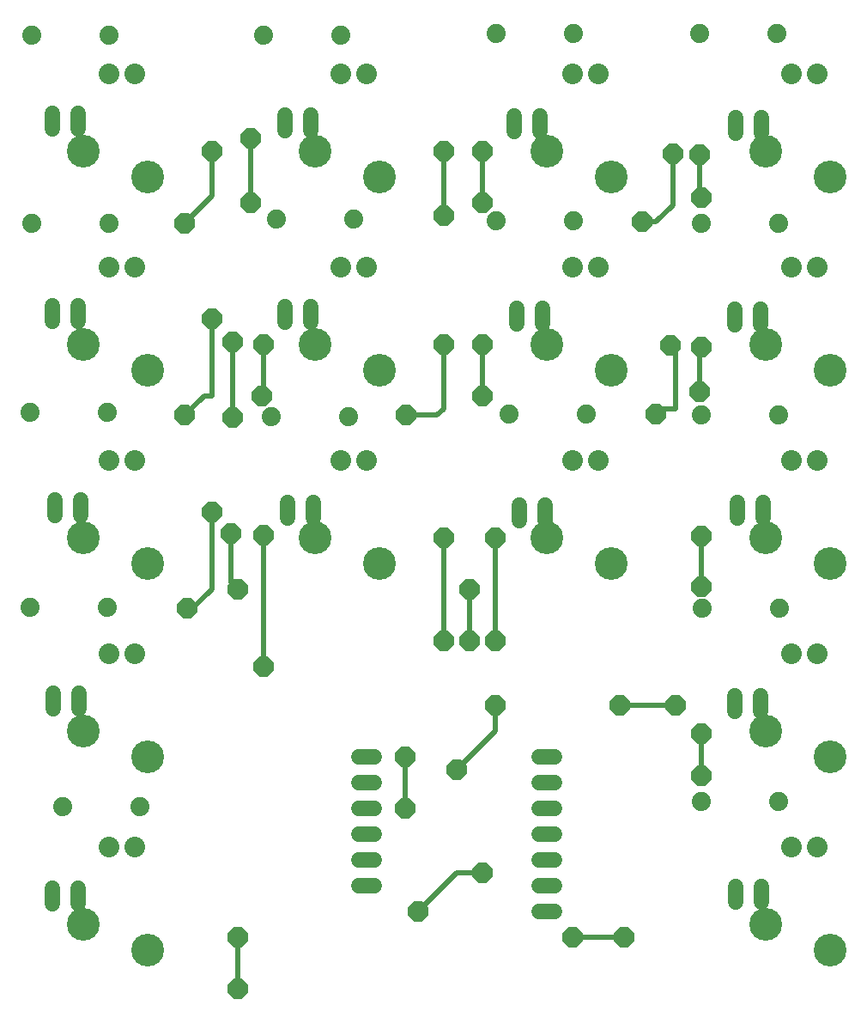
<source format=gbr>
G04 EAGLE Gerber RS-274X export*
G75*
%MOMM*%
%FSLAX34Y34*%
%LPD*%
%INTop Copper*%
%IPPOS*%
%AMOC8*
5,1,8,0,0,1.08239X$1,22.5*%
G01*
%ADD10C,1.524000*%
%ADD11C,1.879600*%
%ADD12C,2.032000*%
%ADD13C,3.225800*%
%ADD14P,2.164780X8X22.500000*%
%ADD15C,0.508000*%


D10*
X772160Y488950D02*
X772160Y504190D01*
X797560Y504190D02*
X797560Y488950D01*
X326390Y681990D02*
X326390Y697230D01*
X351790Y697230D02*
X351790Y681990D01*
X326390Y871220D02*
X326390Y886460D01*
X351790Y886460D02*
X351790Y871220D01*
X96520Y872490D02*
X96520Y887730D01*
X121920Y887730D02*
X121920Y872490D01*
X96520Y698500D02*
X96520Y683260D01*
X121920Y683260D02*
X121920Y698500D01*
X99060Y506730D02*
X99060Y491490D01*
X124460Y491490D02*
X124460Y506730D01*
X97790Y316230D02*
X97790Y300990D01*
X123190Y300990D02*
X123190Y316230D01*
X96520Y124460D02*
X96520Y109220D01*
X121920Y109220D02*
X121920Y124460D01*
X769620Y679450D02*
X769620Y694690D01*
X795020Y694690D02*
X795020Y679450D01*
X770890Y868680D02*
X770890Y883920D01*
X796290Y883920D02*
X796290Y868680D01*
X770890Y125730D02*
X770890Y110490D01*
X796290Y110490D02*
X796290Y125730D01*
X769620Y298450D02*
X769620Y313690D01*
X795020Y313690D02*
X795020Y298450D01*
X552450Y869950D02*
X552450Y885190D01*
X577850Y885190D02*
X577850Y869950D01*
X554990Y695960D02*
X554990Y680720D01*
X580390Y680720D02*
X580390Y695960D01*
X557530Y501650D02*
X557530Y486410D01*
X582930Y486410D02*
X582930Y501650D01*
X328930Y504190D02*
X328930Y488950D01*
X354330Y488950D02*
X354330Y504190D01*
D11*
X737870Y400050D03*
X814070Y400050D03*
X736600Y209550D03*
X812800Y209550D03*
X736600Y590550D03*
X812800Y590550D03*
X736600Y779780D03*
X812800Y779780D03*
X735330Y966470D03*
X811530Y966470D03*
D12*
X825500Y927100D03*
X850900Y927100D03*
D13*
X800100Y850900D03*
X863600Y825500D03*
D12*
X152400Y546100D03*
X177800Y546100D03*
D13*
X127000Y469900D03*
X190500Y444500D03*
D12*
X381000Y546100D03*
X406400Y546100D03*
D13*
X355600Y469900D03*
X419100Y444500D03*
D12*
X609600Y546100D03*
X635000Y546100D03*
D13*
X584200Y469900D03*
X647700Y444500D03*
D12*
X825500Y546100D03*
X850900Y546100D03*
D13*
X800100Y469900D03*
X863600Y444500D03*
D12*
X825500Y165100D03*
X850900Y165100D03*
D13*
X800100Y88900D03*
X863600Y63500D03*
D12*
X152400Y165100D03*
X177800Y165100D03*
D13*
X127000Y88900D03*
X190500Y63500D03*
D12*
X825500Y355600D03*
X850900Y355600D03*
D13*
X800100Y279400D03*
X863600Y254000D03*
D12*
X825500Y736600D03*
X850900Y736600D03*
D13*
X800100Y660400D03*
X863600Y635000D03*
D12*
X152400Y355600D03*
X177800Y355600D03*
D13*
X127000Y279400D03*
X190500Y254000D03*
D12*
X609600Y927100D03*
X635000Y927100D03*
D13*
X584200Y850900D03*
X647700Y825500D03*
D12*
X609600Y736600D03*
X635000Y736600D03*
D13*
X584200Y660400D03*
X647700Y635000D03*
D12*
X381000Y927100D03*
X406400Y927100D03*
D13*
X355600Y850900D03*
X419100Y825500D03*
D12*
X381000Y736600D03*
X406400Y736600D03*
D13*
X355600Y660400D03*
X419100Y635000D03*
D12*
X152400Y927100D03*
X177800Y927100D03*
D13*
X127000Y850900D03*
X190500Y825500D03*
D12*
X152400Y736600D03*
X177800Y736600D03*
D13*
X127000Y660400D03*
X190500Y635000D03*
D10*
X398780Y254000D02*
X414020Y254000D01*
X414020Y228600D02*
X398780Y228600D01*
X398780Y203200D02*
X414020Y203200D01*
X414020Y177800D02*
X398780Y177800D01*
X398780Y152400D02*
X414020Y152400D01*
X414020Y127000D02*
X398780Y127000D01*
X576580Y254000D02*
X591820Y254000D01*
X591820Y228600D02*
X576580Y228600D01*
X576580Y203200D02*
X591820Y203200D01*
X591820Y177800D02*
X576580Y177800D01*
X576580Y152400D02*
X591820Y152400D01*
X591820Y127000D02*
X576580Y127000D01*
X576580Y101600D02*
X591820Y101600D01*
D11*
X623570Y591820D03*
X547370Y591820D03*
X610870Y782320D03*
X534670Y782320D03*
X610870Y966470D03*
X534670Y966470D03*
X304800Y965200D03*
X381000Y965200D03*
X317500Y783590D03*
X393700Y783590D03*
X312420Y589280D03*
X388620Y589280D03*
X76200Y965200D03*
X152400Y965200D03*
X76200Y779780D03*
X152400Y779780D03*
X74930Y593090D03*
X151130Y593090D03*
X74930Y401320D03*
X151130Y401320D03*
X106680Y204470D03*
X182880Y204470D03*
D14*
X520700Y850900D03*
X520700Y800100D03*
X520700Y660400D03*
X520700Y609600D03*
X495300Y241300D03*
D15*
X533400Y279400D01*
X533400Y304800D01*
D14*
X533400Y304800D03*
X533400Y368300D03*
X533400Y469900D03*
D15*
X533400Y368300D01*
X520700Y800100D02*
X520700Y850900D01*
X520700Y660400D02*
X520700Y609600D01*
D14*
X304800Y342900D03*
X304800Y472440D03*
X303530Y609600D03*
X304800Y660400D03*
X292100Y800100D03*
X292100Y863600D03*
D15*
X292100Y800100D01*
X304800Y660400D02*
X304800Y610870D01*
X303530Y609600D01*
X304800Y472440D02*
X304800Y342900D01*
D14*
X457200Y101600D03*
D15*
X495300Y139700D01*
X520700Y139700D01*
D14*
X520700Y139700D03*
X227330Y779780D03*
X254000Y850900D03*
D15*
X254000Y806450D02*
X227330Y779780D01*
X254000Y806450D02*
X254000Y850900D01*
D14*
X482600Y850900D03*
X482600Y787400D03*
X708660Y848360D03*
X678180Y781050D03*
D15*
X482600Y787400D02*
X482600Y850900D01*
X678180Y781050D02*
X692150Y781050D01*
X708660Y797560D01*
X708660Y848360D01*
D14*
X445770Y590550D03*
X482600Y660400D03*
X692150Y591820D03*
X706120Y659130D03*
D15*
X476250Y590550D02*
X445770Y590550D01*
X476250Y590550D02*
X482600Y596900D01*
X482600Y660400D01*
X692150Y591820D02*
X697230Y596900D01*
X711200Y596900D01*
X711200Y654050D01*
X706120Y659130D01*
D14*
X254000Y685800D03*
X227330Y590550D03*
D15*
X246380Y609600D01*
X254000Y609600D01*
X254000Y685800D01*
D14*
X229870Y400050D03*
X254000Y495300D03*
D15*
X254000Y419100D01*
X234950Y400050D01*
X229870Y400050D01*
D14*
X279400Y76200D03*
X279400Y25400D03*
D15*
X279400Y76200D01*
D14*
X274320Y662940D03*
D15*
X274320Y588010D01*
D14*
X274320Y588010D03*
X273050Y473710D03*
D15*
X273050Y425450D01*
X279400Y419100D01*
D14*
X279400Y419100D03*
X508000Y419100D03*
X508000Y368300D03*
D15*
X508000Y419100D01*
D14*
X711200Y304800D03*
X656590Y304800D03*
D15*
X711200Y304800D01*
D14*
X482600Y469900D03*
X482600Y368300D03*
D15*
X482600Y469900D01*
D14*
X736600Y421640D03*
X736600Y471170D03*
X735330Y613410D03*
X736600Y657860D03*
X736600Y805180D03*
X735330Y847090D03*
D15*
X735330Y806450D01*
X736600Y805180D01*
X736600Y657860D02*
X735330Y656590D01*
X735330Y613410D01*
X736600Y471170D02*
X736600Y421640D01*
D14*
X736600Y276860D03*
X736600Y234950D03*
D15*
X736600Y276860D01*
D14*
X660400Y76200D03*
X444500Y254000D03*
D15*
X444500Y203200D01*
X609600Y76200D02*
X660400Y76200D01*
D14*
X609600Y76200D03*
X444500Y203200D03*
M02*

</source>
